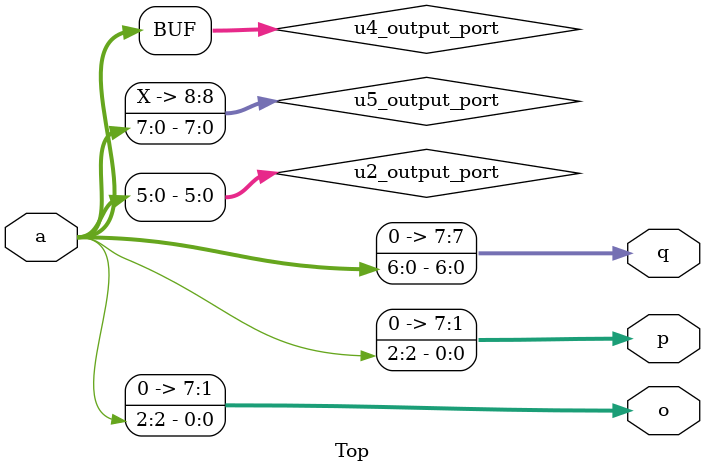
<source format=sv>
module Top (
	input logic [7:0] a,
	output logic [7:0] o,
	output logic [7:0] p,
	output logic [7:0] q
);

	logic [5:0] u2_output_port;
	logic [8:0] u5_output_port;
	logic [7:0] u4_output_port;

	assign o = a[2];
	assign p = u2_output_port[2];
	assign q = u4_output_port[6:0];

	assign u2_output_port = a[5:0];
	assign u5_output_port = a[8:0];
	assign u4_output_port = u5_output_port[7:0];
endmodule



</source>
